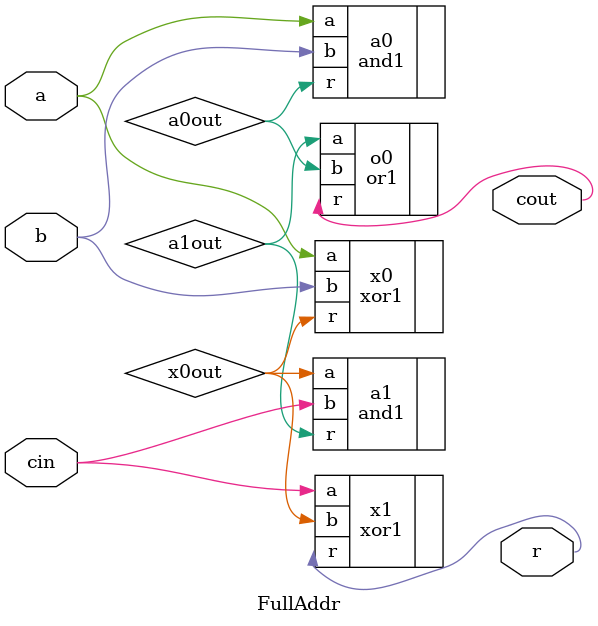
<source format=sv>
`timescale 1ns / 1ps

module FullAddr(
    input a,
    input b,
    input cin,
    output logic r,
    output logic cout
    );
    logic x0out,a0out,a1out;
    xor1 x0 ( .a,.b,.r(x0out));
    xor1 x1 (.a(cin),.b(x0out),.r);
    and1 a0 (.a,.b,.r(a0out));
    and1 a1 (.a(x0out),.b(cin),.r(a1out));
    or1 o0 (.a(a1out),.b(a0out),.r(cout));
endmodule

</source>
